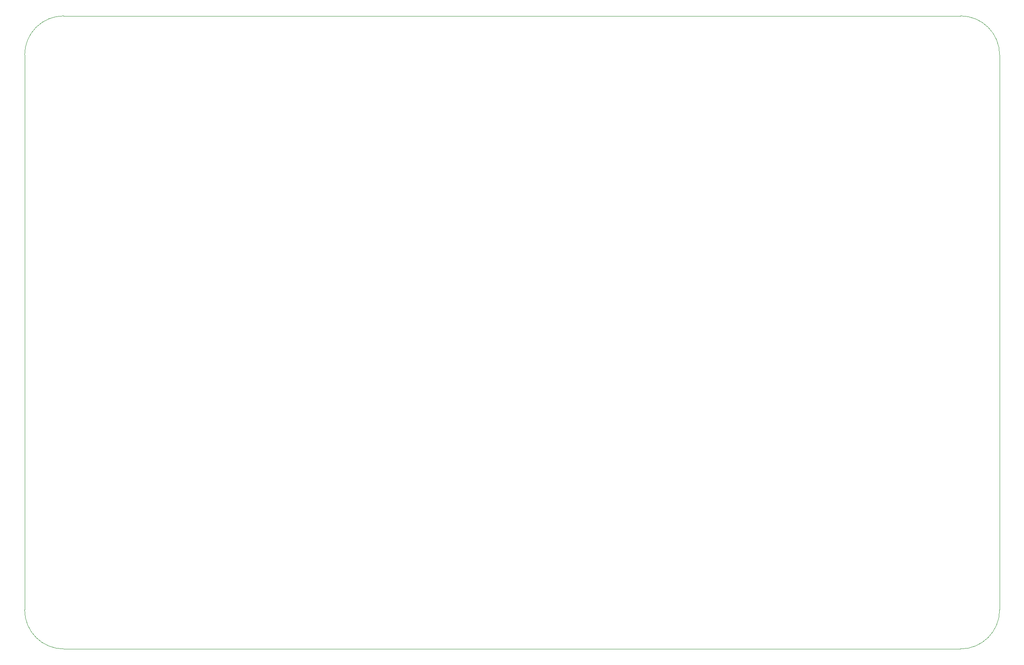
<source format=gbr>
%TF.GenerationSoftware,KiCad,Pcbnew,(6.0.6-0)*%
%TF.CreationDate,2022-07-15T18:49:22+02:00*%
%TF.ProjectId,laemp,6c61656d-702e-46b6-9963-61645f706362,1*%
%TF.SameCoordinates,Original*%
%TF.FileFunction,Profile,NP*%
%FSLAX46Y46*%
G04 Gerber Fmt 4.6, Leading zero omitted, Abs format (unit mm)*
G04 Created by KiCad (PCBNEW (6.0.6-0)) date 2022-07-15 18:49:22*
%MOMM*%
%LPD*%
G01*
G04 APERTURE LIST*
%TA.AperFunction,Profile*%
%ADD10C,0.100000*%
%TD*%
G04 APERTURE END LIST*
D10*
X52500000Y-155500000D02*
X236500000Y-155500000D01*
X244500000Y-147500000D02*
X244500000Y-33500000D01*
X236500000Y-155500000D02*
G75*
G03*
X244500000Y-147500000I0J8000000D01*
G01*
X44500000Y-147500000D02*
G75*
G03*
X52500000Y-155500000I8000000J0D01*
G01*
X52500000Y-25500000D02*
G75*
G03*
X44500000Y-33500000I0J-8000000D01*
G01*
X44500000Y-147500000D02*
X44500000Y-33500000D01*
X236500000Y-25500000D02*
X52500000Y-25500000D01*
X244500000Y-33500000D02*
G75*
G03*
X236500000Y-25500000I-8000000J0D01*
G01*
M02*

</source>
